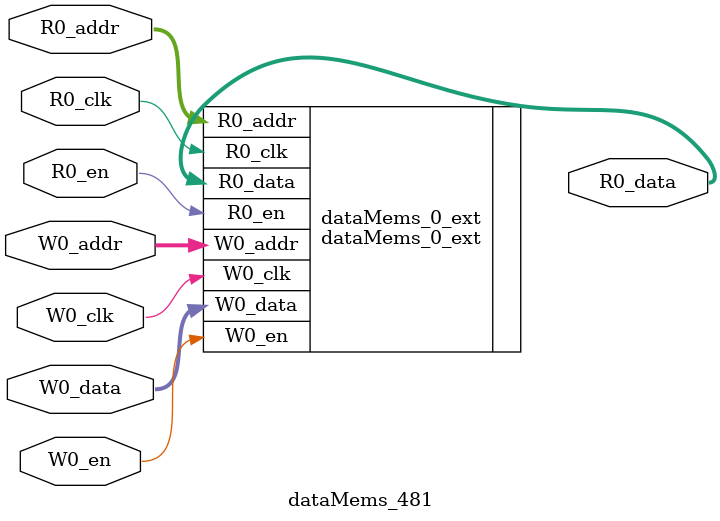
<source format=sv>
`ifndef RANDOMIZE
  `ifdef RANDOMIZE_REG_INIT
    `define RANDOMIZE
  `endif // RANDOMIZE_REG_INIT
`endif // not def RANDOMIZE
`ifndef RANDOMIZE
  `ifdef RANDOMIZE_MEM_INIT
    `define RANDOMIZE
  `endif // RANDOMIZE_MEM_INIT
`endif // not def RANDOMIZE

`ifndef RANDOM
  `define RANDOM $random
`endif // not def RANDOM

// Users can define 'PRINTF_COND' to add an extra gate to prints.
`ifndef PRINTF_COND_
  `ifdef PRINTF_COND
    `define PRINTF_COND_ (`PRINTF_COND)
  `else  // PRINTF_COND
    `define PRINTF_COND_ 1
  `endif // PRINTF_COND
`endif // not def PRINTF_COND_

// Users can define 'ASSERT_VERBOSE_COND' to add an extra gate to assert error printing.
`ifndef ASSERT_VERBOSE_COND_
  `ifdef ASSERT_VERBOSE_COND
    `define ASSERT_VERBOSE_COND_ (`ASSERT_VERBOSE_COND)
  `else  // ASSERT_VERBOSE_COND
    `define ASSERT_VERBOSE_COND_ 1
  `endif // ASSERT_VERBOSE_COND
`endif // not def ASSERT_VERBOSE_COND_

// Users can define 'STOP_COND' to add an extra gate to stop conditions.
`ifndef STOP_COND_
  `ifdef STOP_COND
    `define STOP_COND_ (`STOP_COND)
  `else  // STOP_COND
    `define STOP_COND_ 1
  `endif // STOP_COND
`endif // not def STOP_COND_

// Users can define INIT_RANDOM as general code that gets injected into the
// initializer block for modules with registers.
`ifndef INIT_RANDOM
  `define INIT_RANDOM
`endif // not def INIT_RANDOM

// If using random initialization, you can also define RANDOMIZE_DELAY to
// customize the delay used, otherwise 0.002 is used.
`ifndef RANDOMIZE_DELAY
  `define RANDOMIZE_DELAY 0.002
`endif // not def RANDOMIZE_DELAY

// Define INIT_RANDOM_PROLOG_ for use in our modules below.
`ifndef INIT_RANDOM_PROLOG_
  `ifdef RANDOMIZE
    `ifdef VERILATOR
      `define INIT_RANDOM_PROLOG_ `INIT_RANDOM
    `else  // VERILATOR
      `define INIT_RANDOM_PROLOG_ `INIT_RANDOM #`RANDOMIZE_DELAY begin end
    `endif // VERILATOR
  `else  // RANDOMIZE
    `define INIT_RANDOM_PROLOG_
  `endif // RANDOMIZE
`endif // not def INIT_RANDOM_PROLOG_

// Include register initializers in init blocks unless synthesis is set
`ifndef SYNTHESIS
  `ifndef ENABLE_INITIAL_REG_
    `define ENABLE_INITIAL_REG_
  `endif // not def ENABLE_INITIAL_REG_
`endif // not def SYNTHESIS

// Include rmemory initializers in init blocks unless synthesis is set
`ifndef SYNTHESIS
  `ifndef ENABLE_INITIAL_MEM_
    `define ENABLE_INITIAL_MEM_
  `endif // not def ENABLE_INITIAL_MEM_
`endif // not def SYNTHESIS

module dataMems_481(	// @[generators/ara/src/main/scala/UnsafeAXI4ToTL.scala:365:62]
  input  [4:0]  R0_addr,
  input         R0_en,
  input         R0_clk,
  output [66:0] R0_data,
  input  [4:0]  W0_addr,
  input         W0_en,
  input         W0_clk,
  input  [66:0] W0_data
);

  dataMems_0_ext dataMems_0_ext (	// @[generators/ara/src/main/scala/UnsafeAXI4ToTL.scala:365:62]
    .R0_addr (R0_addr),
    .R0_en   (R0_en),
    .R0_clk  (R0_clk),
    .R0_data (R0_data),
    .W0_addr (W0_addr),
    .W0_en   (W0_en),
    .W0_clk  (W0_clk),
    .W0_data (W0_data)
  );
endmodule


</source>
